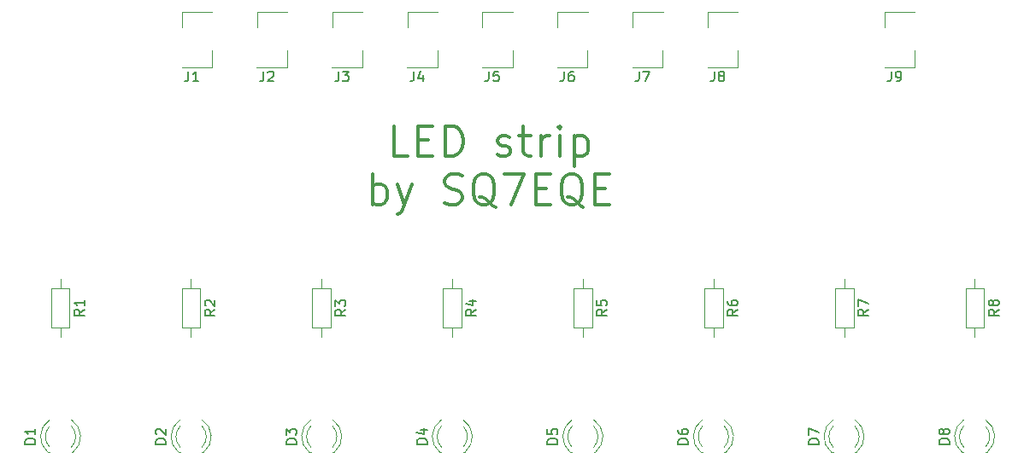
<source format=gbr>
%TF.GenerationSoftware,KiCad,Pcbnew,5.1.4-3.fc30*%
%TF.CreationDate,2019-10-13T17:27:32+02:00*%
%TF.ProjectId,LED_line,4c45445f-6c69-46e6-952e-6b696361645f,rev?*%
%TF.SameCoordinates,PX4531a5cPY39f1340*%
%TF.FileFunction,Legend,Top*%
%TF.FilePolarity,Positive*%
%FSLAX46Y46*%
G04 Gerber Fmt 4.6, Leading zero omitted, Abs format (unit mm)*
G04 Created by KiCad (PCBNEW 5.1.4-3.fc30) date 2019-10-13 17:27:32*
%MOMM*%
%LPD*%
G04 APERTURE LIST*
%ADD10C,0.300000*%
%ADD11C,0.120000*%
%ADD12C,0.150000*%
%ADD13C,1.626000*%
%ADD14C,1.902000*%
%ADD15R,1.902000X1.902000*%
%ADD16O,1.502000X1.502000*%
%ADD17C,1.502000*%
G04 APERTURE END LIST*
D10*
X38707442Y-18870742D02*
X37278871Y-18870742D01*
X37278871Y-15870742D01*
X39707442Y-17299314D02*
X40707442Y-17299314D01*
X41136014Y-18870742D02*
X39707442Y-18870742D01*
X39707442Y-15870742D01*
X41136014Y-15870742D01*
X42421728Y-18870742D02*
X42421728Y-15870742D01*
X43136014Y-15870742D01*
X43564585Y-16013600D01*
X43850300Y-16299314D01*
X43993157Y-16585028D01*
X44136014Y-17156457D01*
X44136014Y-17585028D01*
X43993157Y-18156457D01*
X43850300Y-18442171D01*
X43564585Y-18727885D01*
X43136014Y-18870742D01*
X42421728Y-18870742D01*
X47564585Y-18727885D02*
X47850300Y-18870742D01*
X48421728Y-18870742D01*
X48707442Y-18727885D01*
X48850300Y-18442171D01*
X48850300Y-18299314D01*
X48707442Y-18013600D01*
X48421728Y-17870742D01*
X47993157Y-17870742D01*
X47707442Y-17727885D01*
X47564585Y-17442171D01*
X47564585Y-17299314D01*
X47707442Y-17013600D01*
X47993157Y-16870742D01*
X48421728Y-16870742D01*
X48707442Y-17013600D01*
X49707442Y-16870742D02*
X50850300Y-16870742D01*
X50136014Y-15870742D02*
X50136014Y-18442171D01*
X50278871Y-18727885D01*
X50564585Y-18870742D01*
X50850300Y-18870742D01*
X51850300Y-18870742D02*
X51850300Y-16870742D01*
X51850300Y-17442171D02*
X51993157Y-17156457D01*
X52136014Y-17013600D01*
X52421728Y-16870742D01*
X52707442Y-16870742D01*
X53707442Y-18870742D02*
X53707442Y-16870742D01*
X53707442Y-15870742D02*
X53564585Y-16013600D01*
X53707442Y-16156457D01*
X53850300Y-16013600D01*
X53707442Y-15870742D01*
X53707442Y-16156457D01*
X55136014Y-16870742D02*
X55136014Y-19870742D01*
X55136014Y-17013600D02*
X55421728Y-16870742D01*
X55993157Y-16870742D01*
X56278871Y-17013600D01*
X56421728Y-17156457D01*
X56564585Y-17442171D01*
X56564585Y-18299314D01*
X56421728Y-18585028D01*
X56278871Y-18727885D01*
X55993157Y-18870742D01*
X55421728Y-18870742D01*
X55136014Y-18727885D01*
X35207442Y-23670742D02*
X35207442Y-20670742D01*
X35207442Y-21813600D02*
X35493157Y-21670742D01*
X36064585Y-21670742D01*
X36350300Y-21813600D01*
X36493157Y-21956457D01*
X36636014Y-22242171D01*
X36636014Y-23099314D01*
X36493157Y-23385028D01*
X36350300Y-23527885D01*
X36064585Y-23670742D01*
X35493157Y-23670742D01*
X35207442Y-23527885D01*
X37636014Y-21670742D02*
X38350300Y-23670742D01*
X39064585Y-21670742D02*
X38350300Y-23670742D01*
X38064585Y-24385028D01*
X37921728Y-24527885D01*
X37636014Y-24670742D01*
X42350300Y-23527885D02*
X42778871Y-23670742D01*
X43493157Y-23670742D01*
X43778871Y-23527885D01*
X43921728Y-23385028D01*
X44064585Y-23099314D01*
X44064585Y-22813600D01*
X43921728Y-22527885D01*
X43778871Y-22385028D01*
X43493157Y-22242171D01*
X42921728Y-22099314D01*
X42636014Y-21956457D01*
X42493157Y-21813600D01*
X42350300Y-21527885D01*
X42350300Y-21242171D01*
X42493157Y-20956457D01*
X42636014Y-20813600D01*
X42921728Y-20670742D01*
X43636014Y-20670742D01*
X44064585Y-20813600D01*
X47350300Y-23956457D02*
X47064585Y-23813600D01*
X46778871Y-23527885D01*
X46350300Y-23099314D01*
X46064585Y-22956457D01*
X45778871Y-22956457D01*
X45921728Y-23670742D02*
X45636014Y-23527885D01*
X45350300Y-23242171D01*
X45207442Y-22670742D01*
X45207442Y-21670742D01*
X45350300Y-21099314D01*
X45636014Y-20813600D01*
X45921728Y-20670742D01*
X46493157Y-20670742D01*
X46778871Y-20813600D01*
X47064585Y-21099314D01*
X47207442Y-21670742D01*
X47207442Y-22670742D01*
X47064585Y-23242171D01*
X46778871Y-23527885D01*
X46493157Y-23670742D01*
X45921728Y-23670742D01*
X48207442Y-20670742D02*
X50207442Y-20670742D01*
X48921728Y-23670742D01*
X51350300Y-22099314D02*
X52350300Y-22099314D01*
X52778871Y-23670742D02*
X51350300Y-23670742D01*
X51350300Y-20670742D01*
X52778871Y-20670742D01*
X56064585Y-23956457D02*
X55778871Y-23813600D01*
X55493157Y-23527885D01*
X55064585Y-23099314D01*
X54778871Y-22956457D01*
X54493157Y-22956457D01*
X54636014Y-23670742D02*
X54350300Y-23527885D01*
X54064585Y-23242171D01*
X53921728Y-22670742D01*
X53921728Y-21670742D01*
X54064585Y-21099314D01*
X54350300Y-20813600D01*
X54636014Y-20670742D01*
X55207442Y-20670742D01*
X55493157Y-20813600D01*
X55778871Y-21099314D01*
X55921728Y-21670742D01*
X55921728Y-22670742D01*
X55778871Y-23242171D01*
X55493157Y-23527885D01*
X55207442Y-23670742D01*
X54636014Y-23670742D01*
X57207442Y-22099314D02*
X58207442Y-22099314D01*
X58636014Y-23670742D02*
X57207442Y-23670742D01*
X57207442Y-20670742D01*
X58636014Y-20670742D01*
D11*
%TO.C,J9*%
X85913700Y-4545200D02*
X85913700Y-6085200D01*
X88913700Y-4545200D02*
X85913700Y-4545200D01*
X88888700Y-10085200D02*
X88888700Y-8335200D01*
X88888700Y-10085200D02*
X85888700Y-10085200D01*
%TO.C,J1*%
X16305000Y-4545200D02*
X16305000Y-6085200D01*
X19305000Y-4545200D02*
X16305000Y-4545200D01*
X19280000Y-10085200D02*
X19280000Y-8335200D01*
X19280000Y-10085200D02*
X16280000Y-10085200D01*
%TO.C,D1*%
X5359900Y-48283300D02*
X5515900Y-48283300D01*
X3043900Y-48283300D02*
X3199900Y-48283300D01*
X5359737Y-45682170D02*
G75*
G02X5359900Y-47764261I-1079837J-1041130D01*
G01*
X3200063Y-45682170D02*
G75*
G03X3199900Y-47764261I1079837J-1041130D01*
G01*
X5358508Y-45050965D02*
G75*
G02X5515416Y-48283300I-1078608J-1672335D01*
G01*
X3201292Y-45050965D02*
G75*
G03X3044384Y-48283300I1078608J-1672335D01*
G01*
%TO.C,D2*%
X18293942Y-48283300D02*
X18449942Y-48283300D01*
X15977942Y-48283300D02*
X16133942Y-48283300D01*
X18293779Y-45682170D02*
G75*
G02X18293942Y-47764261I-1079837J-1041130D01*
G01*
X16134105Y-45682170D02*
G75*
G03X16133942Y-47764261I1079837J-1041130D01*
G01*
X18292550Y-45050965D02*
G75*
G02X18449458Y-48283300I-1078608J-1672335D01*
G01*
X16135334Y-45050965D02*
G75*
G03X15978426Y-48283300I1078608J-1672335D01*
G01*
%TO.C,D3*%
X31227984Y-48283300D02*
X31383984Y-48283300D01*
X28911984Y-48283300D02*
X29067984Y-48283300D01*
X31227821Y-45682170D02*
G75*
G02X31227984Y-47764261I-1079837J-1041130D01*
G01*
X29068147Y-45682170D02*
G75*
G03X29067984Y-47764261I1079837J-1041130D01*
G01*
X31226592Y-45050965D02*
G75*
G02X31383500Y-48283300I-1078608J-1672335D01*
G01*
X29069376Y-45050965D02*
G75*
G03X28912468Y-48283300I1078608J-1672335D01*
G01*
%TO.C,D4*%
X44162026Y-48283300D02*
X44318026Y-48283300D01*
X41846026Y-48283300D02*
X42002026Y-48283300D01*
X44161863Y-45682170D02*
G75*
G02X44162026Y-47764261I-1079837J-1041130D01*
G01*
X42002189Y-45682170D02*
G75*
G03X42002026Y-47764261I1079837J-1041130D01*
G01*
X44160634Y-45050965D02*
G75*
G02X44317542Y-48283300I-1078608J-1672335D01*
G01*
X42003418Y-45050965D02*
G75*
G03X41846510Y-48283300I1078608J-1672335D01*
G01*
%TO.C,D5*%
X57096068Y-48283300D02*
X57252068Y-48283300D01*
X54780068Y-48283300D02*
X54936068Y-48283300D01*
X57095905Y-45682170D02*
G75*
G02X57096068Y-47764261I-1079837J-1041130D01*
G01*
X54936231Y-45682170D02*
G75*
G03X54936068Y-47764261I1079837J-1041130D01*
G01*
X57094676Y-45050965D02*
G75*
G02X57251584Y-48283300I-1078608J-1672335D01*
G01*
X54937460Y-45050965D02*
G75*
G03X54780552Y-48283300I1078608J-1672335D01*
G01*
%TO.C,D6*%
X70030110Y-48283300D02*
X70186110Y-48283300D01*
X67714110Y-48283300D02*
X67870110Y-48283300D01*
X70029947Y-45682170D02*
G75*
G02X70030110Y-47764261I-1079837J-1041130D01*
G01*
X67870273Y-45682170D02*
G75*
G03X67870110Y-47764261I1079837J-1041130D01*
G01*
X70028718Y-45050965D02*
G75*
G02X70185626Y-48283300I-1078608J-1672335D01*
G01*
X67871502Y-45050965D02*
G75*
G03X67714594Y-48283300I1078608J-1672335D01*
G01*
%TO.C,D7*%
X82964152Y-48283300D02*
X83120152Y-48283300D01*
X80648152Y-48283300D02*
X80804152Y-48283300D01*
X82963989Y-45682170D02*
G75*
G02X82964152Y-47764261I-1079837J-1041130D01*
G01*
X80804315Y-45682170D02*
G75*
G03X80804152Y-47764261I1079837J-1041130D01*
G01*
X82962760Y-45050965D02*
G75*
G02X83119668Y-48283300I-1078608J-1672335D01*
G01*
X80805544Y-45050965D02*
G75*
G03X80648636Y-48283300I1078608J-1672335D01*
G01*
%TO.C,D8*%
X95898200Y-48283300D02*
X96054200Y-48283300D01*
X93582200Y-48283300D02*
X93738200Y-48283300D01*
X95898037Y-45682170D02*
G75*
G02X95898200Y-47764261I-1079837J-1041130D01*
G01*
X93738363Y-45682170D02*
G75*
G03X93738200Y-47764261I1079837J-1041130D01*
G01*
X95896808Y-45050965D02*
G75*
G02X96053716Y-48283300I-1078608J-1672335D01*
G01*
X93739592Y-45050965D02*
G75*
G03X93582684Y-48283300I1078608J-1672335D01*
G01*
%TO.C,J2*%
X23745385Y-4545200D02*
X23745385Y-6085200D01*
X26745385Y-4545200D02*
X23745385Y-4545200D01*
X26720385Y-10085200D02*
X26720385Y-8335200D01*
X26720385Y-10085200D02*
X23720385Y-10085200D01*
%TO.C,J3*%
X31185770Y-4545200D02*
X31185770Y-6085200D01*
X34185770Y-4545200D02*
X31185770Y-4545200D01*
X34160770Y-10085200D02*
X34160770Y-8335200D01*
X34160770Y-10085200D02*
X31160770Y-10085200D01*
%TO.C,J4*%
X38626155Y-4545200D02*
X38626155Y-6085200D01*
X41626155Y-4545200D02*
X38626155Y-4545200D01*
X41601155Y-10085200D02*
X41601155Y-8335200D01*
X41601155Y-10085200D02*
X38601155Y-10085200D01*
%TO.C,J5*%
X46066540Y-4545200D02*
X46066540Y-6085200D01*
X49066540Y-4545200D02*
X46066540Y-4545200D01*
X49041540Y-10085200D02*
X49041540Y-8335200D01*
X49041540Y-10085200D02*
X46041540Y-10085200D01*
%TO.C,J6*%
X53506925Y-4545200D02*
X53506925Y-6085200D01*
X56506925Y-4545200D02*
X53506925Y-4545200D01*
X56481925Y-10085200D02*
X56481925Y-8335200D01*
X56481925Y-10085200D02*
X53481925Y-10085200D01*
%TO.C,J7*%
X60947310Y-4545200D02*
X60947310Y-6085200D01*
X63947310Y-4545200D02*
X60947310Y-4545200D01*
X63922310Y-10085200D02*
X63922310Y-8335200D01*
X63922310Y-10085200D02*
X60922310Y-10085200D01*
%TO.C,J8*%
X68387700Y-4545200D02*
X68387700Y-6085200D01*
X71387700Y-4545200D02*
X68387700Y-4545200D01*
X71362700Y-10085200D02*
X71362700Y-8335200D01*
X71362700Y-10085200D02*
X68362700Y-10085200D01*
%TO.C,R1*%
X4254500Y-36804400D02*
X4254500Y-35854400D01*
X4254500Y-31064400D02*
X4254500Y-32014400D01*
X5174500Y-35854400D02*
X5174500Y-32014400D01*
X3334500Y-35854400D02*
X5174500Y-35854400D01*
X3334500Y-32014400D02*
X3334500Y-35854400D01*
X5174500Y-32014400D02*
X3334500Y-32014400D01*
%TO.C,R2*%
X17195800Y-36804400D02*
X17195800Y-35854400D01*
X17195800Y-31064400D02*
X17195800Y-32014400D01*
X18115800Y-35854400D02*
X18115800Y-32014400D01*
X16275800Y-35854400D02*
X18115800Y-35854400D01*
X16275800Y-32014400D02*
X16275800Y-35854400D01*
X18115800Y-32014400D02*
X16275800Y-32014400D01*
%TO.C,R3*%
X30137100Y-36804400D02*
X30137100Y-35854400D01*
X30137100Y-31064400D02*
X30137100Y-32014400D01*
X31057100Y-35854400D02*
X31057100Y-32014400D01*
X29217100Y-35854400D02*
X31057100Y-35854400D01*
X29217100Y-32014400D02*
X29217100Y-35854400D01*
X31057100Y-32014400D02*
X29217100Y-32014400D01*
%TO.C,R4*%
X43078400Y-36804400D02*
X43078400Y-35854400D01*
X43078400Y-31064400D02*
X43078400Y-32014400D01*
X43998400Y-35854400D02*
X43998400Y-32014400D01*
X42158400Y-35854400D02*
X43998400Y-35854400D01*
X42158400Y-32014400D02*
X42158400Y-35854400D01*
X43998400Y-32014400D02*
X42158400Y-32014400D01*
%TO.C,R5*%
X56019700Y-36804400D02*
X56019700Y-35854400D01*
X56019700Y-31064400D02*
X56019700Y-32014400D01*
X56939700Y-35854400D02*
X56939700Y-32014400D01*
X55099700Y-35854400D02*
X56939700Y-35854400D01*
X55099700Y-32014400D02*
X55099700Y-35854400D01*
X56939700Y-32014400D02*
X55099700Y-32014400D01*
%TO.C,R6*%
X68961000Y-36804400D02*
X68961000Y-35854400D01*
X68961000Y-31064400D02*
X68961000Y-32014400D01*
X69881000Y-35854400D02*
X69881000Y-32014400D01*
X68041000Y-35854400D02*
X69881000Y-35854400D01*
X68041000Y-32014400D02*
X68041000Y-35854400D01*
X69881000Y-32014400D02*
X68041000Y-32014400D01*
%TO.C,R7*%
X81902300Y-36804400D02*
X81902300Y-35854400D01*
X81902300Y-31064400D02*
X81902300Y-32014400D01*
X82822300Y-35854400D02*
X82822300Y-32014400D01*
X80982300Y-35854400D02*
X82822300Y-35854400D01*
X80982300Y-32014400D02*
X80982300Y-35854400D01*
X82822300Y-32014400D02*
X80982300Y-32014400D01*
%TO.C,R8*%
X94843600Y-36804400D02*
X94843600Y-35854400D01*
X94843600Y-31064400D02*
X94843600Y-32014400D01*
X95763600Y-35854400D02*
X95763600Y-32014400D01*
X93923600Y-35854400D02*
X95763600Y-35854400D01*
X93923600Y-32014400D02*
X93923600Y-35854400D01*
X95763600Y-32014400D02*
X93923600Y-32014400D01*
%TO.C,J9*%
D12*
X86555366Y-10462580D02*
X86555366Y-11176866D01*
X86507747Y-11319723D01*
X86412509Y-11414961D01*
X86269652Y-11462580D01*
X86174414Y-11462580D01*
X87079176Y-11462580D02*
X87269652Y-11462580D01*
X87364890Y-11414961D01*
X87412509Y-11367342D01*
X87507747Y-11224485D01*
X87555366Y-11034009D01*
X87555366Y-10653057D01*
X87507747Y-10557819D01*
X87460128Y-10510200D01*
X87364890Y-10462580D01*
X87174414Y-10462580D01*
X87079176Y-10510200D01*
X87031557Y-10557819D01*
X86983938Y-10653057D01*
X86983938Y-10891152D01*
X87031557Y-10986390D01*
X87079176Y-11034009D01*
X87174414Y-11081628D01*
X87364890Y-11081628D01*
X87460128Y-11034009D01*
X87507747Y-10986390D01*
X87555366Y-10891152D01*
%TO.C,J1*%
X16946666Y-10462580D02*
X16946666Y-11176866D01*
X16899047Y-11319723D01*
X16803809Y-11414961D01*
X16660952Y-11462580D01*
X16565714Y-11462580D01*
X17946666Y-11462580D02*
X17375238Y-11462580D01*
X17660952Y-11462580D02*
X17660952Y-10462580D01*
X17565714Y-10605438D01*
X17470476Y-10700676D01*
X17375238Y-10748295D01*
%TO.C,D1*%
X1772280Y-47461395D02*
X772280Y-47461395D01*
X772280Y-47223300D01*
X819900Y-47080442D01*
X915138Y-46985204D01*
X1010376Y-46937585D01*
X1200852Y-46889966D01*
X1343709Y-46889966D01*
X1534185Y-46937585D01*
X1629423Y-46985204D01*
X1724661Y-47080442D01*
X1772280Y-47223300D01*
X1772280Y-47461395D01*
X1772280Y-45937585D02*
X1772280Y-46509014D01*
X1772280Y-46223300D02*
X772280Y-46223300D01*
X915138Y-46318538D01*
X1010376Y-46413776D01*
X1057995Y-46509014D01*
%TO.C,D2*%
X14706322Y-47461395D02*
X13706322Y-47461395D01*
X13706322Y-47223300D01*
X13753942Y-47080442D01*
X13849180Y-46985204D01*
X13944418Y-46937585D01*
X14134894Y-46889966D01*
X14277751Y-46889966D01*
X14468227Y-46937585D01*
X14563465Y-46985204D01*
X14658703Y-47080442D01*
X14706322Y-47223300D01*
X14706322Y-47461395D01*
X13801561Y-46509014D02*
X13753942Y-46461395D01*
X13706322Y-46366157D01*
X13706322Y-46128061D01*
X13753942Y-46032823D01*
X13801561Y-45985204D01*
X13896799Y-45937585D01*
X13992037Y-45937585D01*
X14134894Y-45985204D01*
X14706322Y-46556633D01*
X14706322Y-45937585D01*
%TO.C,D3*%
X27640364Y-47461395D02*
X26640364Y-47461395D01*
X26640364Y-47223300D01*
X26687984Y-47080442D01*
X26783222Y-46985204D01*
X26878460Y-46937585D01*
X27068936Y-46889966D01*
X27211793Y-46889966D01*
X27402269Y-46937585D01*
X27497507Y-46985204D01*
X27592745Y-47080442D01*
X27640364Y-47223300D01*
X27640364Y-47461395D01*
X26640364Y-46556633D02*
X26640364Y-45937585D01*
X27021317Y-46270919D01*
X27021317Y-46128061D01*
X27068936Y-46032823D01*
X27116555Y-45985204D01*
X27211793Y-45937585D01*
X27449888Y-45937585D01*
X27545126Y-45985204D01*
X27592745Y-46032823D01*
X27640364Y-46128061D01*
X27640364Y-46413776D01*
X27592745Y-46509014D01*
X27545126Y-46556633D01*
%TO.C,D4*%
X40574406Y-47461395D02*
X39574406Y-47461395D01*
X39574406Y-47223300D01*
X39622026Y-47080442D01*
X39717264Y-46985204D01*
X39812502Y-46937585D01*
X40002978Y-46889966D01*
X40145835Y-46889966D01*
X40336311Y-46937585D01*
X40431549Y-46985204D01*
X40526787Y-47080442D01*
X40574406Y-47223300D01*
X40574406Y-47461395D01*
X39907740Y-46032823D02*
X40574406Y-46032823D01*
X39526787Y-46270919D02*
X40241073Y-46509014D01*
X40241073Y-45889966D01*
%TO.C,D5*%
X53508448Y-47461395D02*
X52508448Y-47461395D01*
X52508448Y-47223300D01*
X52556068Y-47080442D01*
X52651306Y-46985204D01*
X52746544Y-46937585D01*
X52937020Y-46889966D01*
X53079877Y-46889966D01*
X53270353Y-46937585D01*
X53365591Y-46985204D01*
X53460829Y-47080442D01*
X53508448Y-47223300D01*
X53508448Y-47461395D01*
X52508448Y-45985204D02*
X52508448Y-46461395D01*
X52984639Y-46509014D01*
X52937020Y-46461395D01*
X52889401Y-46366157D01*
X52889401Y-46128061D01*
X52937020Y-46032823D01*
X52984639Y-45985204D01*
X53079877Y-45937585D01*
X53317972Y-45937585D01*
X53413210Y-45985204D01*
X53460829Y-46032823D01*
X53508448Y-46128061D01*
X53508448Y-46366157D01*
X53460829Y-46461395D01*
X53413210Y-46509014D01*
%TO.C,D6*%
X66442490Y-47461395D02*
X65442490Y-47461395D01*
X65442490Y-47223300D01*
X65490110Y-47080442D01*
X65585348Y-46985204D01*
X65680586Y-46937585D01*
X65871062Y-46889966D01*
X66013919Y-46889966D01*
X66204395Y-46937585D01*
X66299633Y-46985204D01*
X66394871Y-47080442D01*
X66442490Y-47223300D01*
X66442490Y-47461395D01*
X65442490Y-46032823D02*
X65442490Y-46223300D01*
X65490110Y-46318538D01*
X65537729Y-46366157D01*
X65680586Y-46461395D01*
X65871062Y-46509014D01*
X66252014Y-46509014D01*
X66347252Y-46461395D01*
X66394871Y-46413776D01*
X66442490Y-46318538D01*
X66442490Y-46128061D01*
X66394871Y-46032823D01*
X66347252Y-45985204D01*
X66252014Y-45937585D01*
X66013919Y-45937585D01*
X65918681Y-45985204D01*
X65871062Y-46032823D01*
X65823443Y-46128061D01*
X65823443Y-46318538D01*
X65871062Y-46413776D01*
X65918681Y-46461395D01*
X66013919Y-46509014D01*
%TO.C,D7*%
X79376532Y-47461395D02*
X78376532Y-47461395D01*
X78376532Y-47223300D01*
X78424152Y-47080442D01*
X78519390Y-46985204D01*
X78614628Y-46937585D01*
X78805104Y-46889966D01*
X78947961Y-46889966D01*
X79138437Y-46937585D01*
X79233675Y-46985204D01*
X79328913Y-47080442D01*
X79376532Y-47223300D01*
X79376532Y-47461395D01*
X78376532Y-46556633D02*
X78376532Y-45889966D01*
X79376532Y-46318538D01*
%TO.C,D8*%
X92310580Y-47461395D02*
X91310580Y-47461395D01*
X91310580Y-47223300D01*
X91358200Y-47080442D01*
X91453438Y-46985204D01*
X91548676Y-46937585D01*
X91739152Y-46889966D01*
X91882009Y-46889966D01*
X92072485Y-46937585D01*
X92167723Y-46985204D01*
X92262961Y-47080442D01*
X92310580Y-47223300D01*
X92310580Y-47461395D01*
X91739152Y-46318538D02*
X91691533Y-46413776D01*
X91643914Y-46461395D01*
X91548676Y-46509014D01*
X91501057Y-46509014D01*
X91405819Y-46461395D01*
X91358200Y-46413776D01*
X91310580Y-46318538D01*
X91310580Y-46128061D01*
X91358200Y-46032823D01*
X91405819Y-45985204D01*
X91501057Y-45937585D01*
X91548676Y-45937585D01*
X91643914Y-45985204D01*
X91691533Y-46032823D01*
X91739152Y-46128061D01*
X91739152Y-46318538D01*
X91786771Y-46413776D01*
X91834390Y-46461395D01*
X91929628Y-46509014D01*
X92120104Y-46509014D01*
X92215342Y-46461395D01*
X92262961Y-46413776D01*
X92310580Y-46318538D01*
X92310580Y-46128061D01*
X92262961Y-46032823D01*
X92215342Y-45985204D01*
X92120104Y-45937585D01*
X91929628Y-45937585D01*
X91834390Y-45985204D01*
X91786771Y-46032823D01*
X91739152Y-46128061D01*
%TO.C,J2*%
X24387051Y-10462580D02*
X24387051Y-11176866D01*
X24339432Y-11319723D01*
X24244194Y-11414961D01*
X24101337Y-11462580D01*
X24006099Y-11462580D01*
X24815623Y-10557819D02*
X24863242Y-10510200D01*
X24958480Y-10462580D01*
X25196575Y-10462580D01*
X25291813Y-10510200D01*
X25339432Y-10557819D01*
X25387051Y-10653057D01*
X25387051Y-10748295D01*
X25339432Y-10891152D01*
X24768004Y-11462580D01*
X25387051Y-11462580D01*
%TO.C,J3*%
X31827436Y-10462580D02*
X31827436Y-11176866D01*
X31779817Y-11319723D01*
X31684579Y-11414961D01*
X31541722Y-11462580D01*
X31446484Y-11462580D01*
X32208389Y-10462580D02*
X32827436Y-10462580D01*
X32494103Y-10843533D01*
X32636960Y-10843533D01*
X32732198Y-10891152D01*
X32779817Y-10938771D01*
X32827436Y-11034009D01*
X32827436Y-11272104D01*
X32779817Y-11367342D01*
X32732198Y-11414961D01*
X32636960Y-11462580D01*
X32351246Y-11462580D01*
X32256008Y-11414961D01*
X32208389Y-11367342D01*
%TO.C,J4*%
X39267821Y-10462580D02*
X39267821Y-11176866D01*
X39220202Y-11319723D01*
X39124964Y-11414961D01*
X38982107Y-11462580D01*
X38886869Y-11462580D01*
X40172583Y-10795914D02*
X40172583Y-11462580D01*
X39934488Y-10414961D02*
X39696393Y-11129247D01*
X40315440Y-11129247D01*
%TO.C,J5*%
X46708206Y-10462580D02*
X46708206Y-11176866D01*
X46660587Y-11319723D01*
X46565349Y-11414961D01*
X46422492Y-11462580D01*
X46327254Y-11462580D01*
X47660587Y-10462580D02*
X47184397Y-10462580D01*
X47136778Y-10938771D01*
X47184397Y-10891152D01*
X47279635Y-10843533D01*
X47517730Y-10843533D01*
X47612968Y-10891152D01*
X47660587Y-10938771D01*
X47708206Y-11034009D01*
X47708206Y-11272104D01*
X47660587Y-11367342D01*
X47612968Y-11414961D01*
X47517730Y-11462580D01*
X47279635Y-11462580D01*
X47184397Y-11414961D01*
X47136778Y-11367342D01*
%TO.C,J6*%
X54148591Y-10462580D02*
X54148591Y-11176866D01*
X54100972Y-11319723D01*
X54005734Y-11414961D01*
X53862877Y-11462580D01*
X53767639Y-11462580D01*
X55053353Y-10462580D02*
X54862877Y-10462580D01*
X54767639Y-10510200D01*
X54720020Y-10557819D01*
X54624782Y-10700676D01*
X54577163Y-10891152D01*
X54577163Y-11272104D01*
X54624782Y-11367342D01*
X54672401Y-11414961D01*
X54767639Y-11462580D01*
X54958115Y-11462580D01*
X55053353Y-11414961D01*
X55100972Y-11367342D01*
X55148591Y-11272104D01*
X55148591Y-11034009D01*
X55100972Y-10938771D01*
X55053353Y-10891152D01*
X54958115Y-10843533D01*
X54767639Y-10843533D01*
X54672401Y-10891152D01*
X54624782Y-10938771D01*
X54577163Y-11034009D01*
%TO.C,J7*%
X61588976Y-10462580D02*
X61588976Y-11176866D01*
X61541357Y-11319723D01*
X61446119Y-11414961D01*
X61303262Y-11462580D01*
X61208024Y-11462580D01*
X61969929Y-10462580D02*
X62636595Y-10462580D01*
X62208024Y-11462580D01*
%TO.C,J8*%
X69029366Y-10462580D02*
X69029366Y-11176866D01*
X68981747Y-11319723D01*
X68886509Y-11414961D01*
X68743652Y-11462580D01*
X68648414Y-11462580D01*
X69648414Y-10891152D02*
X69553176Y-10843533D01*
X69505557Y-10795914D01*
X69457938Y-10700676D01*
X69457938Y-10653057D01*
X69505557Y-10557819D01*
X69553176Y-10510200D01*
X69648414Y-10462580D01*
X69838890Y-10462580D01*
X69934128Y-10510200D01*
X69981747Y-10557819D01*
X70029366Y-10653057D01*
X70029366Y-10700676D01*
X69981747Y-10795914D01*
X69934128Y-10843533D01*
X69838890Y-10891152D01*
X69648414Y-10891152D01*
X69553176Y-10938771D01*
X69505557Y-10986390D01*
X69457938Y-11081628D01*
X69457938Y-11272104D01*
X69505557Y-11367342D01*
X69553176Y-11414961D01*
X69648414Y-11462580D01*
X69838890Y-11462580D01*
X69934128Y-11414961D01*
X69981747Y-11367342D01*
X70029366Y-11272104D01*
X70029366Y-11081628D01*
X69981747Y-10986390D01*
X69934128Y-10938771D01*
X69838890Y-10891152D01*
%TO.C,R1*%
X6626880Y-34101066D02*
X6150690Y-34434400D01*
X6626880Y-34672495D02*
X5626880Y-34672495D01*
X5626880Y-34291542D01*
X5674500Y-34196304D01*
X5722119Y-34148685D01*
X5817357Y-34101066D01*
X5960214Y-34101066D01*
X6055452Y-34148685D01*
X6103071Y-34196304D01*
X6150690Y-34291542D01*
X6150690Y-34672495D01*
X6626880Y-33148685D02*
X6626880Y-33720114D01*
X6626880Y-33434400D02*
X5626880Y-33434400D01*
X5769738Y-33529638D01*
X5864976Y-33624876D01*
X5912595Y-33720114D01*
%TO.C,R2*%
X19568180Y-34101066D02*
X19091990Y-34434400D01*
X19568180Y-34672495D02*
X18568180Y-34672495D01*
X18568180Y-34291542D01*
X18615800Y-34196304D01*
X18663419Y-34148685D01*
X18758657Y-34101066D01*
X18901514Y-34101066D01*
X18996752Y-34148685D01*
X19044371Y-34196304D01*
X19091990Y-34291542D01*
X19091990Y-34672495D01*
X18663419Y-33720114D02*
X18615800Y-33672495D01*
X18568180Y-33577257D01*
X18568180Y-33339161D01*
X18615800Y-33243923D01*
X18663419Y-33196304D01*
X18758657Y-33148685D01*
X18853895Y-33148685D01*
X18996752Y-33196304D01*
X19568180Y-33767733D01*
X19568180Y-33148685D01*
%TO.C,R3*%
X32509480Y-34101066D02*
X32033290Y-34434400D01*
X32509480Y-34672495D02*
X31509480Y-34672495D01*
X31509480Y-34291542D01*
X31557100Y-34196304D01*
X31604719Y-34148685D01*
X31699957Y-34101066D01*
X31842814Y-34101066D01*
X31938052Y-34148685D01*
X31985671Y-34196304D01*
X32033290Y-34291542D01*
X32033290Y-34672495D01*
X31509480Y-33767733D02*
X31509480Y-33148685D01*
X31890433Y-33482019D01*
X31890433Y-33339161D01*
X31938052Y-33243923D01*
X31985671Y-33196304D01*
X32080909Y-33148685D01*
X32319004Y-33148685D01*
X32414242Y-33196304D01*
X32461861Y-33243923D01*
X32509480Y-33339161D01*
X32509480Y-33624876D01*
X32461861Y-33720114D01*
X32414242Y-33767733D01*
%TO.C,R4*%
X45450780Y-34101066D02*
X44974590Y-34434400D01*
X45450780Y-34672495D02*
X44450780Y-34672495D01*
X44450780Y-34291542D01*
X44498400Y-34196304D01*
X44546019Y-34148685D01*
X44641257Y-34101066D01*
X44784114Y-34101066D01*
X44879352Y-34148685D01*
X44926971Y-34196304D01*
X44974590Y-34291542D01*
X44974590Y-34672495D01*
X44784114Y-33243923D02*
X45450780Y-33243923D01*
X44403161Y-33482019D02*
X45117447Y-33720114D01*
X45117447Y-33101066D01*
%TO.C,R5*%
X58392080Y-34101066D02*
X57915890Y-34434400D01*
X58392080Y-34672495D02*
X57392080Y-34672495D01*
X57392080Y-34291542D01*
X57439700Y-34196304D01*
X57487319Y-34148685D01*
X57582557Y-34101066D01*
X57725414Y-34101066D01*
X57820652Y-34148685D01*
X57868271Y-34196304D01*
X57915890Y-34291542D01*
X57915890Y-34672495D01*
X57392080Y-33196304D02*
X57392080Y-33672495D01*
X57868271Y-33720114D01*
X57820652Y-33672495D01*
X57773033Y-33577257D01*
X57773033Y-33339161D01*
X57820652Y-33243923D01*
X57868271Y-33196304D01*
X57963509Y-33148685D01*
X58201604Y-33148685D01*
X58296842Y-33196304D01*
X58344461Y-33243923D01*
X58392080Y-33339161D01*
X58392080Y-33577257D01*
X58344461Y-33672495D01*
X58296842Y-33720114D01*
%TO.C,R6*%
X71333380Y-34101066D02*
X70857190Y-34434400D01*
X71333380Y-34672495D02*
X70333380Y-34672495D01*
X70333380Y-34291542D01*
X70381000Y-34196304D01*
X70428619Y-34148685D01*
X70523857Y-34101066D01*
X70666714Y-34101066D01*
X70761952Y-34148685D01*
X70809571Y-34196304D01*
X70857190Y-34291542D01*
X70857190Y-34672495D01*
X70333380Y-33243923D02*
X70333380Y-33434400D01*
X70381000Y-33529638D01*
X70428619Y-33577257D01*
X70571476Y-33672495D01*
X70761952Y-33720114D01*
X71142904Y-33720114D01*
X71238142Y-33672495D01*
X71285761Y-33624876D01*
X71333380Y-33529638D01*
X71333380Y-33339161D01*
X71285761Y-33243923D01*
X71238142Y-33196304D01*
X71142904Y-33148685D01*
X70904809Y-33148685D01*
X70809571Y-33196304D01*
X70761952Y-33243923D01*
X70714333Y-33339161D01*
X70714333Y-33529638D01*
X70761952Y-33624876D01*
X70809571Y-33672495D01*
X70904809Y-33720114D01*
%TO.C,R7*%
X84274680Y-34101066D02*
X83798490Y-34434400D01*
X84274680Y-34672495D02*
X83274680Y-34672495D01*
X83274680Y-34291542D01*
X83322300Y-34196304D01*
X83369919Y-34148685D01*
X83465157Y-34101066D01*
X83608014Y-34101066D01*
X83703252Y-34148685D01*
X83750871Y-34196304D01*
X83798490Y-34291542D01*
X83798490Y-34672495D01*
X83274680Y-33767733D02*
X83274680Y-33101066D01*
X84274680Y-33529638D01*
%TO.C,R8*%
X97215980Y-34101066D02*
X96739790Y-34434400D01*
X97215980Y-34672495D02*
X96215980Y-34672495D01*
X96215980Y-34291542D01*
X96263600Y-34196304D01*
X96311219Y-34148685D01*
X96406457Y-34101066D01*
X96549314Y-34101066D01*
X96644552Y-34148685D01*
X96692171Y-34196304D01*
X96739790Y-34291542D01*
X96739790Y-34672495D01*
X96644552Y-33529638D02*
X96596933Y-33624876D01*
X96549314Y-33672495D01*
X96454076Y-33720114D01*
X96406457Y-33720114D01*
X96311219Y-33672495D01*
X96263600Y-33624876D01*
X96215980Y-33529638D01*
X96215980Y-33339161D01*
X96263600Y-33243923D01*
X96311219Y-33196304D01*
X96406457Y-33148685D01*
X96454076Y-33148685D01*
X96549314Y-33196304D01*
X96596933Y-33243923D01*
X96644552Y-33339161D01*
X96644552Y-33529638D01*
X96692171Y-33624876D01*
X96739790Y-33672495D01*
X96835028Y-33720114D01*
X97025504Y-33720114D01*
X97120742Y-33672495D01*
X97168361Y-33624876D01*
X97215980Y-33529638D01*
X97215980Y-33339161D01*
X97168361Y-33243923D01*
X97120742Y-33196304D01*
X97025504Y-33148685D01*
X96835028Y-33148685D01*
X96739790Y-33196304D01*
X96692171Y-33243923D01*
X96644552Y-33339161D01*
%TD*%
%LPC*%
D13*
%TO.C,J9*%
X87388700Y-6045200D03*
X87388700Y-8585200D03*
%TD*%
%TO.C,J1*%
X17780000Y-6045200D03*
X17780000Y-8585200D03*
%TD*%
D14*
%TO.C,D1*%
X4279900Y-45453300D03*
D15*
X4279900Y-47993300D03*
%TD*%
D14*
%TO.C,D2*%
X17213942Y-45453300D03*
D15*
X17213942Y-47993300D03*
%TD*%
D14*
%TO.C,D3*%
X30147984Y-45453300D03*
D15*
X30147984Y-47993300D03*
%TD*%
D14*
%TO.C,D4*%
X43082026Y-45453300D03*
D15*
X43082026Y-47993300D03*
%TD*%
D14*
%TO.C,D5*%
X56016068Y-45453300D03*
D15*
X56016068Y-47993300D03*
%TD*%
D14*
%TO.C,D6*%
X68950110Y-45453300D03*
D15*
X68950110Y-47993300D03*
%TD*%
D14*
%TO.C,D7*%
X81884152Y-45453300D03*
D15*
X81884152Y-47993300D03*
%TD*%
D14*
%TO.C,D8*%
X94818200Y-45453300D03*
D15*
X94818200Y-47993300D03*
%TD*%
D13*
%TO.C,J2*%
X25220385Y-6045200D03*
X25220385Y-8585200D03*
%TD*%
%TO.C,J3*%
X32660770Y-6045200D03*
X32660770Y-8585200D03*
%TD*%
%TO.C,J4*%
X40101155Y-6045200D03*
X40101155Y-8585200D03*
%TD*%
%TO.C,J5*%
X47541540Y-6045200D03*
X47541540Y-8585200D03*
%TD*%
%TO.C,J6*%
X54981925Y-6045200D03*
X54981925Y-8585200D03*
%TD*%
%TO.C,J7*%
X62422310Y-6045200D03*
X62422310Y-8585200D03*
%TD*%
%TO.C,J8*%
X69862700Y-6045200D03*
X69862700Y-8585200D03*
%TD*%
D16*
%TO.C,R1*%
X4254500Y-37744400D03*
D17*
X4254500Y-30124400D03*
%TD*%
D16*
%TO.C,R2*%
X17195800Y-37744400D03*
D17*
X17195800Y-30124400D03*
%TD*%
D16*
%TO.C,R3*%
X30137100Y-37744400D03*
D17*
X30137100Y-30124400D03*
%TD*%
D16*
%TO.C,R4*%
X43078400Y-37744400D03*
D17*
X43078400Y-30124400D03*
%TD*%
D16*
%TO.C,R5*%
X56019700Y-37744400D03*
D17*
X56019700Y-30124400D03*
%TD*%
D16*
%TO.C,R6*%
X68961000Y-37744400D03*
D17*
X68961000Y-30124400D03*
%TD*%
D16*
%TO.C,R7*%
X81902300Y-37744400D03*
D17*
X81902300Y-30124400D03*
%TD*%
D16*
%TO.C,R8*%
X94843600Y-37744400D03*
D17*
X94843600Y-30124400D03*
%TD*%
M02*

</source>
